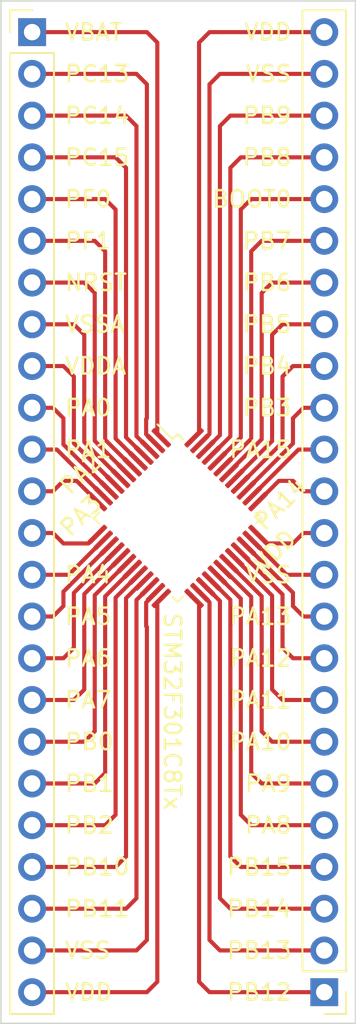
<source format=kicad_pcb>
(kicad_pcb (version 20211014) (generator pcbnew)
  (layers (0 "F.Cu" signal) (31 "B.Cu" signal) (34 "B.Paste" user) (35 "F.Paste" user) (36 "B.SilkS" user "B.Silkscreen") (37 "F.SilkS" user "F.Silkscreen") (38 "B.Mask" user) (39 "F.Mask" user) (44 "Edge.Cuts" user))
  (net 0 "")
  (net 1 "01")
  (net 2 "02")
  (net 3 "03")
  (net 4 "04")
  (net 5 "05")
  (net 6 "06")
  (net 7 "07")
  (net 8 "08")
  (net 9 "09")
  (net 10 "10")
  (net 11 "11")
  (net 12 "12")
  (net 13 "13")
  (net 14 "14")
  (net 15 "15")
  (net 16 "16")
  (net 17 "17")
  (net 18 "18")
  (net 19 "19")
  (net 20 "20")
  (net 21 "21")
  (net 22 "22")
  (net 23 "23")
  (net 24 "24")
  (net 25 "25")
  (net 26 "26")
  (net 27 "27")
  (net 28 "28")
  (net 29 "29")
  (net 30 "30")
  (net 31 "31")
  (net 32 "32")
  (net 33 "33")
  (net 34 "34")
  (net 35 "35")
  (net 36 "36")
  (net 37 "37")
  (net 38 "38")
  (net 39 "39")
  (net 40 "40")
  (net 41 "41")
  (net 42 "42")
  (net 43 "43")
  (net 44 "44")
  (net 45 "45")
  (net 46 "46")
  (net 47 "47")
  (net 48 "48")
  (footprint "Connector_PinHeader_2.54mm:PinHeader_1x24_P2.54mm_Vertical" (layer "F.Cu") (at 135.89 58.42)
    (fp_text reference "J1" hide)
    (fp_text value "Conn_01x24_Male" hide)
    (fp_line (start 1.33 1.27) (end 1.33 59.75) (layer "F.SilkS") (width 0.12))
    (fp_line (start -1.33 1.27) (end 1.33 1.27) (layer "F.SilkS") (width 0.12))
    (fp_line (start -1.33 0) (end -1.33 -1.33) (layer "F.SilkS") (width 0.12))
    (fp_line (start -1.33 59.75) (end 1.33 59.75) (layer "F.SilkS") (width 0.12))
    (fp_line (start -1.33 -1.33) (end 0 -1.33) (layer "F.SilkS") (width 0.12))
    (fp_line (start -1.33 1.27) (end -1.33 59.75) (layer "F.SilkS") (width 0.12))
    (pad "1" thru_hole rect (at 0 0) (size 1.7 1.7) (drill 1) (layers *.Cu *.Mask) (net 1 "01"))
    (pad "2" thru_hole oval (at 0 2.54) (size 1.7 1.7) (drill 1) (layers *.Cu *.Mask) (net 2 "02"))
    (pad "3" thru_hole oval (at 0 5.08) (size 1.7 1.7) (drill 1) (layers *.Cu *.Mask) (net 3 "03"))
    (pad "4" thru_hole oval (at 0 7.62) (size 1.7 1.7) (drill 1) (layers *.Cu *.Mask) (net 4 "04"))
    (pad "5" thru_hole oval (at 0 10.16) (size 1.7 1.7) (drill 1) (layers *.Cu *.Mask) (net 5 "05"))
    (pad "6" thru_hole oval (at 0 12.7) (size 1.7 1.7) (drill 1) (layers *.Cu *.Mask) (net 6 "06"))
    (pad "7" thru_hole oval (at 0 15.24) (size 1.7 1.7) (drill 1) (layers *.Cu *.Mask) (net 7 "07"))
    (pad "8" thru_hole oval (at 0 17.78) (size 1.7 1.7) (drill 1) (layers *.Cu *.Mask) (net 8 "08"))
    (pad "9" thru_hole oval (at 0 20.32) (size 1.7 1.7) (drill 1) (layers *.Cu *.Mask) (net 9 "09"))
    (pad "10" thru_hole oval (at 0 22.86) (size 1.7 1.7) (drill 1) (layers *.Cu *.Mask) (net 10 "10"))
    (pad "11" thru_hole oval (at 0 25.4) (size 1.7 1.7) (drill 1) (layers *.Cu *.Mask) (net 11 "11"))
    (pad "12" thru_hole oval (at 0 27.94) (size 1.7 1.7) (drill 1) (layers *.Cu *.Mask) (net 12 "12"))
    (pad "13" thru_hole oval (at 0 30.48) (size 1.7 1.7) (drill 1) (layers *.Cu *.Mask) (net 13 "13"))
    (pad "14" thru_hole oval (at 0 33.02) (size 1.7 1.7) (drill 1) (layers *.Cu *.Mask) (net 14 "14"))
    (pad "15" thru_hole oval (at 0 35.56) (size 1.7 1.7) (drill 1) (layers *.Cu *.Mask) (net 15 "15"))
    (pad "16" thru_hole oval (at 0 38.1) (size 1.7 1.7) (drill 1) (layers *.Cu *.Mask) (net 16 "16"))
    (pad "17" thru_hole oval (at 0 40.64) (size 1.7 1.7) (drill 1) (layers *.Cu *.Mask) (net 17 "17"))
    (pad "18" thru_hole oval (at 0 43.18) (size 1.7 1.7) (drill 1) (layers *.Cu *.Mask) (net 18 "18"))
    (pad "19" thru_hole oval (at 0 45.72) (size 1.7 1.7) (drill 1) (layers *.Cu *.Mask) (net 19 "19"))
    (pad "20" thru_hole oval (at 0 48.26) (size 1.7 1.7) (drill 1) (layers *.Cu *.Mask) (net 20 "20"))
    (pad "21" thru_hole oval (at 0 50.8) (size 1.7 1.7) (drill 1) (layers *.Cu *.Mask) (net 21 "21"))
    (pad "22" thru_hole oval (at 0 53.34) (size 1.7 1.7) (drill 1) (layers *.Cu *.Mask) (net 22 "22"))
    (pad "23" thru_hole oval (at 0 55.88) (size 1.7 1.7) (drill 1) (layers *.Cu *.Mask) (net 23 "23"))
    (pad "24" thru_hole oval (at 0 58.42) (size 1.7 1.7) (drill 1) (layers *.Cu *.Mask) (net 24 "24"))
  )
  (footprint "Connector_PinHeader_2.54mm:PinHeader_1x24_P2.54mm_Vertical" (layer "F.Cu") (at 153.67 116.84 180)
    (fp_text reference "J2" hide)
    (fp_text value "Conn_01x24_Male" hide)
    (fp_line (start -1.33 0) (end -1.33 -1.33) (layer "F.SilkS") (width 0.12))
    (fp_line (start -1.33 1.27) (end -1.33 59.75) (layer "F.SilkS") (width 0.12))
    (fp_line (start -1.33 -1.33) (end 0 -1.33) (layer "F.SilkS") (width 0.12))
    (fp_line (start -1.33 59.75) (end 1.33 59.75) (layer "F.SilkS") (width 0.12))
    (fp_line (start -1.33 1.27) (end 1.33 1.27) (layer "F.SilkS") (width 0.12))
    (fp_line (start 1.33 1.27) (end 1.33 59.75) (layer "F.SilkS") (width 0.12))
    (pad "1" thru_hole rect (at 0 0 180) (size 1.7 1.7) (drill 1) (layers *.Cu *.Mask) (net 25 "25"))
    (pad "2" thru_hole oval (at 0 2.54 180) (size 1.7 1.7) (drill 1) (layers *.Cu *.Mask) (net 26 "26"))
    (pad "3" thru_hole oval (at 0 5.08 180) (size 1.7 1.7) (drill 1) (layers *.Cu *.Mask) (net 27 "27"))
    (pad "4" thru_hole oval (at 0 7.62 180) (size 1.7 1.7) (drill 1) (layers *.Cu *.Mask) (net 28 "28"))
    (pad "5" thru_hole oval (at 0 10.16 180) (size 1.7 1.7) (drill 1) (layers *.Cu *.Mask) (net 29 "29"))
    (pad "6" thru_hole oval (at 0 12.7 180) (size 1.7 1.7) (drill 1) (layers *.Cu *.Mask) (net 30 "30"))
    (pad "7" thru_hole oval (at 0 15.24 180) (size 1.7 1.7) (drill 1) (layers *.Cu *.Mask) (net 31 "31"))
    (pad "8" thru_hole oval (at 0 17.78 180) (size 1.7 1.7) (drill 1) (layers *.Cu *.Mask) (net 32 "32"))
    (pad "9" thru_hole oval (at 0 20.32 180) (size 1.7 1.7) (drill 1) (layers *.Cu *.Mask) (net 33 "33"))
    (pad "10" thru_hole oval (at 0 22.86 180) (size 1.7 1.7) (drill 1) (layers *.Cu *.Mask) (net 34 "34"))
    (pad "11" thru_hole oval (at 0 25.4 180) (size 1.7 1.7) (drill 1) (layers *.Cu *.Mask) (net 35 "35"))
    (pad "12" thru_hole oval (at 0 27.94 180) (size 1.7 1.7) (drill 1) (layers *.Cu *.Mask) (net 36 "36"))
    (pad "13" thru_hole oval (at 0 30.48 180) (size 1.7 1.7) (drill 1) (layers *.Cu *.Mask) (net 37 "37"))
    (pad "14" thru_hole oval (at 0 33.02 180) (size 1.7 1.7) (drill 1) (layers *.Cu *.Mask) (net 38 "38"))
    (pad "15" thru_hole oval (at 0 35.56 180) (size 1.7 1.7) (drill 1) (layers *.Cu *.Mask) (net 39 "39"))
    (pad "16" thru_hole oval (at 0 38.1 180) (size 1.7 1.7) (drill 1) (layers *.Cu *.Mask) (net 40 "40"))
    (pad "17" thru_hole oval (at 0 40.64 180) (size 1.7 1.7) (drill 1) (layers *.Cu *.Mask) (net 41 "41"))
    (pad "18" thru_hole oval (at 0 43.18 180) (size 1.7 1.7) (drill 1) (layers *.Cu *.Mask) (net 42 "42"))
    (pad "19" thru_hole oval (at 0 45.72 180) (size 1.7 1.7) (drill 1) (layers *.Cu *.Mask) (net 43 "43"))
    (pad "20" thru_hole oval (at 0 48.26 180) (size 1.7 1.7) (drill 1) (layers *.Cu *.Mask) (net 44 "44"))
    (pad "21" thru_hole oval (at 0 50.8 180) (size 1.7 1.7) (drill 1) (layers *.Cu *.Mask) (net 45 "45"))
    (pad "22" thru_hole oval (at 0 53.34 180) (size 1.7 1.7) (drill 1) (layers *.Cu *.Mask) (net 46 "46"))
    (pad "23" thru_hole oval (at 0 55.88 180) (size 1.7 1.7) (drill 1) (layers *.Cu *.Mask) (net 47 "47"))
    (pad "24" thru_hole oval (at 0 58.42 180) (size 1.7 1.7) (drill 1) (layers *.Cu *.Mask) (net 48 "48"))
  )
  (footprint "Package_QFP:LQFP-48_7x7mm_P0.5mm" (layer "F.Cu") (at 144.75 87.99 -45)
    (fp_text reference "U1" hide)
    (fp_text value "STM32F301C8Tx" (at 8.082231 8.544077 270 unlocked) (layer "F.SilkS"))
    (fp_line (start -3.16 3.61) (end -3.61 3.61) (layer "F.SilkS") (width 0.12))
    (fp_line (start -3.61 3.61) (end -3.61 3.16) (layer "F.SilkS") (width 0.12))
    (fp_line (start -3.16 -3.61) (end -3.61 -3.61) (layer "F.SilkS") (width 0.12))
    (fp_line (start 3.16 -3.61) (end 3.61 -3.61) (layer "F.SilkS") (width 0.12))
    (fp_line (start 3.61 -3.61) (end 3.61 -3.16) (layer "F.SilkS") (width 0.12))
    (fp_line (start 3.61 3.61) (end 3.61 3.16) (layer "F.SilkS") (width 0.12))
    (fp_line (start -3.61 -3.61) (end -3.61 -3.16) (layer "F.SilkS") (width 0.12))
    (fp_line (start 3.16 3.61) (end 3.61 3.61) (layer "F.SilkS") (width 0.12))
    (fp_line (start -3.61 -3.16) (end -4.9 -3.16) (layer "F.SilkS") (width 0.12))
    (pad "1" smd roundrect (at -4.1625 -2.75 315) (size 1.475 0.3) (layers "F.Cu" "F.Paste" "F.Mask") (net 1 "01"))
    (pad "2" smd roundrect (at -4.1625 -2.25 315) (size 1.475 0.3) (layers "F.Cu" "F.Paste" "F.Mask") (net 2 "02"))
    (pad "3" smd roundrect (at -4.1625 -1.75 315) (size 1.475 0.3) (layers "F.Cu" "F.Paste" "F.Mask") (net 3 "03"))
    (pad "4" smd roundrect (at -4.1625 -1.25 315) (size 1.475 0.3) (layers "F.Cu" "F.Paste" "F.Mask") (net 4 "04"))
    (pad "5" smd roundrect (at -4.1625 -0.75 315) (size 1.475 0.3) (layers "F.Cu" "F.Paste" "F.Mask") (net 5 "05"))
    (pad "6" smd roundrect (at -4.1625 -0.25 315) (size 1.475 0.3) (layers "F.Cu" "F.Paste" "F.Mask") (net 6 "06"))
    (pad "7" smd roundrect (at -4.1625 0.25 315) (size 1.475 0.3) (layers "F.Cu" "F.Paste" "F.Mask") (net 7 "07"))
    (pad "8" smd roundrect (at -4.1625 0.75 315) (size 1.475 0.3) (layers "F.Cu" "F.Paste" "F.Mask") (net 8 "08"))
    (pad "9" smd roundrect (at -4.1625 1.25 315) (size 1.475 0.3) (layers "F.Cu" "F.Paste" "F.Mask") (net 9 "09"))
    (pad "10" smd roundrect (at -4.1625 1.75 315) (size 1.475 0.3) (layers "F.Cu" "F.Paste" "F.Mask") (net 10 "10"))
    (pad "11" smd roundrect (at -4.1625 2.25 315) (size 1.475 0.3) (layers "F.Cu" "F.Paste" "F.Mask") (net 11 "11"))
    (pad "12" smd roundrect (at -4.1625 2.75 315) (size 1.475 0.3) (layers "F.Cu" "F.Paste" "F.Mask") (net 12 "12"))
    (pad "13" smd roundrect (at -2.75 4.1625 315) (size 0.3 1.475) (layers "F.Cu" "F.Paste" "F.Mask") (net 13 "13"))
    (pad "14" smd roundrect (at -2.25 4.1625 315) (size 0.3 1.475) (layers "F.Cu" "F.Paste" "F.Mask") (net 14 "14"))
    (pad "15" smd roundrect (at -1.75 4.1625 315) (size 0.3 1.475) (layers "F.Cu" "F.Paste" "F.Mask") (net 15 "15"))
    (pad "16" smd roundrect (at -1.25 4.1625 315) (size 0.3 1.475) (layers "F.Cu" "F.Paste" "F.Mask") (net 16 "16"))
    (pad "17" smd roundrect (at -0.75 4.1625 315) (size 0.3 1.475) (layers "F.Cu" "F.Paste" "F.Mask") (net 17 "17"))
    (pad "18" smd roundrect (at -0.25 4.1625 315) (size 0.3 1.475) (layers "F.Cu" "F.Paste" "F.Mask") (net 18 "18"))
    (pad "19" smd roundrect (at 0.25 4.1625 315) (size 0.3 1.475) (layers "F.Cu" "F.Paste" "F.Mask") (net 19 "19"))
    (pad "20" smd roundrect (at 0.75 4.1625 315) (size 0.3 1.475) (layers "F.Cu" "F.Paste" "F.Mask") (net 20 "20"))
    (pad "21" smd roundrect (at 1.25 4.1625 315) (size 0.3 1.475) (layers "F.Cu" "F.Paste" "F.Mask") (net 21 "21"))
    (pad "22" smd roundrect (at 1.75 4.1625 315) (size 0.3 1.475) (layers "F.Cu" "F.Paste" "F.Mask") (net 22 "22"))
    (pad "23" smd roundrect (at 2.25 4.1625 315) (size 0.3 1.475) (layers "F.Cu" "F.Paste" "F.Mask") (net 23 "23"))
    (pad "24" smd roundrect (at 2.75 4.1625 315) (size 0.3 1.475) (layers "F.Cu" "F.Paste" "F.Mask") (net 24 "24"))
    (pad "25" smd roundrect (at 4.1625 2.75 315) (size 1.475 0.3) (layers "F.Cu" "F.Paste" "F.Mask") (net 25 "25"))
    (pad "26" smd roundrect (at 4.1625 2.25 315) (size 1.475 0.3) (layers "F.Cu" "F.Paste" "F.Mask") (net 26 "26"))
    (pad "27" smd roundrect (at 4.1625 1.75 315) (size 1.475 0.3) (layers "F.Cu" "F.Paste" "F.Mask") (net 27 "27"))
    (pad "28" smd roundrect (at 4.1625 1.25 315) (size 1.475 0.3) (layers "F.Cu" "F.Paste" "F.Mask") (net 28 "28"))
    (pad "29" smd roundrect (at 4.1625 0.75 315) (size 1.475 0.3) (layers "F.Cu" "F.Paste" "F.Mask") (net 29 "29"))
    (pad "30" smd roundrect (at 4.1625 0.25 315) (size 1.475 0.3) (layers "F.Cu" "F.Paste" "F.Mask") (net 30 "30"))
    (pad "31" smd roundrect (at 4.1625 -0.25 315) (size 1.475 0.3) (layers "F.Cu" "F.Paste" "F.Mask") (net 31 "31"))
    (pad "32" smd roundrect (at 4.1625 -0.75 315) (size 1.475 0.3) (layers "F.Cu" "F.Paste" "F.Mask") (net 32 "32"))
    (pad "33" smd roundrect (at 4.1625 -1.25 315) (size 1.475 0.3) (layers "F.Cu" "F.Paste" "F.Mask") (net 33 "33"))
    (pad "34" smd roundrect (at 4.1625 -1.75 315) (size 1.475 0.3) (layers "F.Cu" "F.Paste" "F.Mask") (net 34 "34"))
    (pad "35" smd roundrect (at 4.1625 -2.25 315) (size 1.475 0.3) (layers "F.Cu" "F.Paste" "F.Mask") (net 35 "35"))
    (pad "36" smd roundrect (at 4.1625 -2.75 315) (size 1.475 0.3) (layers "F.Cu" "F.Paste" "F.Mask") (net 36 "36"))
    (pad "37" smd roundrect (at 2.75 -4.1625 315) (size 0.3 1.475) (layers "F.Cu" "F.Paste" "F.Mask") (net 37 "37"))
    (pad "38" smd roundrect (at 2.25 -4.1625 315) (size 0.3 1.475) (layers "F.Cu" "F.Paste" "F.Mask") (net 38 "38"))
    (pad "39" smd roundrect (at 1.75 -4.1625 315) (size 0.3 1.475) (layers "F.Cu" "F.Paste" "F.Mask") (net 39 "39"))
    (pad "40" smd roundrect (at 1.25 -4.1625 315) (size 0.3 1.475) (layers "F.Cu" "F.Paste" "F.Mask") (net 40 "40"))
    (pad "41" smd roundrect (at 0.75 -4.1625 315) (size 0.3 1.475) (layers "F.Cu" "F.Paste" "F.Mask") (net 41 "41"))
    (pad "42" smd roundrect (at 0.25 -4.1625 315) (size 0.3 1.475) (layers "F.Cu" "F.Paste" "F.Mask") (net 42 "42"))
    (pad "43" smd roundrect (at -0.25 -4.1625 315) (size 0.3 1.475) (layers "F.Cu" "F.Paste" "F.Mask") (net 43 "43"))
    (pad "44" smd roundrect (at -0.75 -4.1625 315) (size 0.3 1.475) (layers "F.Cu" "F.Paste" "F.Mask") (net 44 "44"))
    (pad "45" smd roundrect (at -1.25 -4.1625 315) (size 0.3 1.475) (layers "F.Cu" "F.Paste" "F.Mask") (net 45 "45"))
    (pad "46" smd roundrect (at -1.75 -4.1625 315) (size 0.3 1.475) (layers "F.Cu" "F.Paste" "F.Mask") (net 46 "46"))
    (pad "47" smd roundrect (at -2.25 -4.1625 315) (size 0.3 1.475) (layers "F.Cu" "F.Paste" "F.Mask") (net 47 "47"))
    (pad "48" smd roundrect (at -2.75 -4.1625 315) (size 0.3 1.475) (layers "F.Cu" "F.Paste" "F.Mask") (net 48 "48"))
  )
  (gr_rect (start 133.985 56.515) (end 155.575 118.745) (layer "Edge.Cuts") (width 0.1) (fill none))
  (gr_text "VBAT" (at 137.795 58.42) (layer "F.SilkS") (effects (font (size 1 1)) (justify left)))
  (gr_text "PA15" (at 151.765 83.82) (layer "F.SilkS") (effects (font (size 1 1)) (justify right)))
  (gr_text "PC13" (at 137.795 60.96) (layer "F.SilkS") (effects (font (size 1 1)) (justify left)))
  (gr_text "PB13" (at 151.765 114.3) (layer "F.SilkS") (effects (font (size 1 1)) (justify right)))
  (gr_text "PB6" (at 151.765 73.66) (layer "F.SilkS") (effects (font (size 1 1)) (justify right)))
  (gr_text "BOOT0" (at 151.765 68.58) (layer "F.SilkS") (effects (font (size 1 1)) (justify right)))
  (gr_text "PB3" (at 151.765 81.28) (layer "F.SilkS") (effects (font (size 1 1)) (justify right)))
  (gr_text "PB2" (at 137.795 106.68) (layer "F.SilkS") (effects (font (size 1 1)) (justify left)))
  (gr_text "PB0" (at 137.795 101.6) (layer "F.SilkS") (effects (font (size 1 1)) (justify left)))
  (gr_text "VDD" (at 151.765 88.9 45) (layer "F.SilkS") (effects (font (size 1 1)) (justify right)))
  (gr_text "PA7" (at 137.795 99.06) (layer "F.SilkS") (effects (font (size 1 1)) (justify left)))
  (gr_text "PA6" (at 137.795 96.52) (layer "F.SilkS") (effects (font (size 1 1)) (justify left)))
  (gr_text "PB10" (at 137.795 109.22) (layer "F.SilkS") (effects (font (size 1 1)) (justify left)))
  (gr_text "PA3" (at 137.795 88.9 45) (layer "F.SilkS") (effects (font (size 1 1)) (justify left)))
  (gr_text "PA2" (at 137.795 86.36 45) (layer "F.SilkS") (effects (font (size 1 1)) (justify left)))
  (gr_text "VSS" (at 151.765 60.96) (layer "F.SilkS") (effects (font (size 1 1)) (justify right)))
  (gr_text "PB7" (at 151.765 71.12) (layer "F.SilkS") (effects (font (size 1 1)) (justify right)))
  (gr_text "PB14" (at 151.765 111.76) (layer "F.SilkS") (effects (font (size 1 1)) (justify right)))
  (gr_text "PB4" (at 151.765 78.74) (layer "F.SilkS") (effects (font (size 1 1)) (justify right)))
  (gr_text "PA11" (at 151.765 99.06) (layer "F.SilkS") (effects (font (size 1 1)) (justify right)))
  (gr_text "PB8" (at 151.765 66.04) (layer "F.SilkS") (effects (font (size 1 1)) (justify right)))
  (gr_text "PB11" (at 137.795 111.76) (layer "F.SilkS") (effects (font (size 1 1)) (justify left)))
  (gr_text "VDD" (at 137.795 116.84) (layer "F.SilkS") (effects (font (size 1 1)) (justify left)))
  (gr_text "PB9" (at 151.765 63.5) (layer "F.SilkS") (effects (font (size 1 1)) (justify right)))
  (gr_text "PB15" (at 151.765 109.22) (layer "F.SilkS") (effects (font (size 1 1)) (justify right)))
  (gr_text "PC15" (at 137.795 66.04) (layer "F.SilkS") (effects (font (size 1 1)) (justify left)))
  (gr_text "PA1" (at 137.795 83.82) (layer "F.SilkS") (effects (font (size 1 1)) (justify left)))
  (gr_text "PA9" (at 151.765 104.14) (layer "F.SilkS") (effects (font (size 1 1)) (justify right)))
  (gr_text "PA10" (at 151.765 101.6) (layer "F.SilkS") (effects (font (size 1 1)) (justify right)))
  (gr_text "PA14" (at 152.4 85.725 45) (layer "F.SilkS") (effects (font (size 1 1)) (justify right)))
  (gr_text "PB5" (at 151.765 76.2) (layer "F.SilkS") (effects (font (size 1 1)) (justify right)))
  (gr_text "PA8" (at 151.765 106.68) (layer "F.SilkS") (effects (font (size 1 1)) (justify right)))
  (gr_text "PA4" (at 137.795 91.44) (layer "F.SilkS") (effects (font (size 1 1)) (justify left)))
  (gr_text "VDD" (at 151.765 58.42) (layer "F.SilkS") (effects (font (size 1 1)) (justify right)))
  (gr_text "PA0" (at 137.795 81.28) (layer "F.SilkS") (effects (font (size 1 1)) (justify left)))
  (gr_text "PF0" (at 137.795 68.58) (layer "F.SilkS") (effects (font (size 1 1)) (justify left)))
  (gr_text "PB12" (at 151.765 116.84) (layer "F.SilkS") (effects (font (size 1 1)) (justify right)))
  (gr_text "PB1" (at 137.795 104.14) (layer "F.SilkS") (effects (font (size 1 1)) (justify left)))
  (gr_text "PA12" (at 151.765 96.52) (layer "F.SilkS") (effects (font (size 1 1)) (justify right)))
  (gr_text "PA13" (at 151.765 93.98) (layer "F.SilkS") (effects (font (size 1 1)) (justify right)))
  (gr_text "PF1" (at 137.795 71.12) (layer "F.SilkS") (effects (font (size 1 1)) (justify left)))
  (gr_text "VSS" (at 137.795 114.3) (layer "F.SilkS") (effects (font (size 1 1)) (justify left)))
  (gr_text "PA5" (at 137.795 93.98) (layer "F.SilkS") (effects (font (size 1 1)) (justify left)))
  (gr_text "VDDA" (at 137.795 78.74) (layer "F.SilkS") (effects (font (size 1 1)) (justify left)))
  (gr_text "VSS" (at 151.765 91.44) (layer "F.SilkS") (effects (font (size 1 1)) (justify right)))
  (gr_text "VSSA" (at 137.795 76.2) (layer "F.SilkS") (effects (font (size 1 1)) (justify left)))
  (gr_text "PC14" (at 137.795 63.5) (layer "F.SilkS") (effects (font (size 1 1)) (justify left)))
  (gr_text "NRST" (at 137.795 73.66) (layer "F.SilkS") (effects (font (size 1 1)) (justify left)))
  (segment (start 135.89 58.42) (end 142.875 58.42) (width 0.25) (layer "F.Cu") (net 1))
  (segment (start 143.51 59.055) (end 143.51 82.860912) (width 0.25) (layer "F.Cu") (net 1))
  (segment (start 142.875 58.42) (end 143.51 59.055) (width 0.25) (layer "F.Cu") (net 1))
  (segment (start 143.51 82.860912) (end 143.751212 83.102124) (width 0.25) (layer "F.Cu") (net 1))
  (segment (start 135.89 60.96) (end 142.24 60.96) (width 0.25) (layer "F.Cu") (net 2))
  (segment (start 142.24 60.96) (end 142.875 61.595) (width 0.25) (layer "F.Cu") (net 2))
  (segment (start 142.829721 81.960279) (end 142.829721 82.887741) (width 0.25) (layer "F.Cu") (net 2))
  (segment (start 142.829721 82.887741) (end 143.397658 83.455678) (width 0.25) (layer "F.Cu") (net 2))
  (segment (start 142.875 81.915) (end 142.829721 81.960279) (width 0.25) (layer "F.Cu") (net 2))
  (segment (start 142.875 61.595) (end 142.875 81.915) (width 0.25) (layer "F.Cu") (net 2))
  (segment (start 135.89 63.5) (end 141.605 63.5) (width 0.25) (layer "F.Cu") (net 3))
  (segment (start 141.605 63.5) (end 142.24 64.135) (width 0.25) (layer "F.Cu") (net 3))
  (segment (start 142.24 83.005126) (end 143.044105 83.809231) (width 0.25) (layer "F.Cu") (net 3))
  (segment (start 142.24 64.135) (end 142.24 83.005126) (width 0.25) (layer "F.Cu") (net 3))
  (segment (start 140.97 66.04) (end 141.605 66.675) (width 0.25) (layer "F.Cu") (net 4))
  (segment (start 135.89 66.04) (end 140.97 66.04) (width 0.25) (layer "F.Cu") (net 4))
  (segment (start 141.605 83.077234) (end 142.690551 84.162785) (width 0.25) (layer "F.Cu") (net 4))
  (segment (start 141.605 66.675) (end 141.605 83.077234) (width 0.25) (layer "F.Cu") (net 4))
  (segment (start 140.97 83.14934) (end 142.336998 84.516338) (width 0.25) (layer "F.Cu") (net 5))
  (segment (start 135.89 68.58) (end 140.335 68.58) (width 0.25) (layer "F.Cu") (net 5))
  (segment (start 140.97 69.215) (end 140.97 83.14934) (width 0.25) (layer "F.Cu") (net 5))
  (segment (start 140.335 68.58) (end 140.97 69.215) (width 0.25) (layer "F.Cu") (net 5))
  (segment (start 139.7 71.12) (end 140.335 71.755) (width 0.25) (layer "F.Cu") (net 6))
  (segment (start 140.335 83.221446) (end 141.983445 84.869891) (width 0.25) (layer "F.Cu") (net 6))
  (segment (start 140.335 71.755) (end 140.335 83.221446) (width 0.25) (layer "F.Cu") (net 6))
  (segment (start 135.89 71.12) (end 139.7 71.12) (width 0.25) (layer "F.Cu") (net 6))
  (segment (start 139.7 74.295) (end 139.7 83.293554) (width 0.25) (layer "F.Cu") (net 7))
  (segment (start 135.89 73.66) (end 139.065 73.66) (width 0.25) (layer "F.Cu") (net 7))
  (segment (start 139.7 83.293554) (end 141.629891 85.223445) (width 0.25) (layer "F.Cu") (net 7))
  (segment (start 139.065 73.66) (end 139.7 74.295) (width 0.25) (layer "F.Cu") (net 7))
  (segment (start 139.065 83.36566) (end 141.276338 85.576998) (width 0.25) (layer "F.Cu") (net 8))
  (segment (start 135.89 76.2) (end 138.43 76.2) (width 0.25) (layer "F.Cu") (net 8))
  (segment (start 138.43 76.2) (end 139.065 76.835) (width 0.25) (layer "F.Cu") (net 8))
  (segment (start 139.065 76.835) (end 139.065 83.36566) (width 0.25) (layer "F.Cu") (net 8))
  (segment (start 138.43 79.375) (end 138.43 83.437766) (width 0.25) (layer "F.Cu") (net 9))
  (segment (start 138.43 83.437766) (end 140.922785 85.930551) (width 0.25) (layer "F.Cu") (net 9))
  (segment (start 137.795 78.74) (end 138.43 79.375) (width 0.25) (layer "F.Cu") (net 9))
  (segment (start 135.89 78.74) (end 137.795 78.74) (width 0.25) (layer "F.Cu") (net 9))
  (segment (start 135.89 81.28) (end 137.16 81.28) (width 0.25) (layer "F.Cu") (net 10))
  (segment (start 137.795 83.509874) (end 140.569231 86.284105) (width 0.25) (layer "F.Cu") (net 10))
  (segment (start 137.795 81.915) (end 137.795 83.509874) (width 0.25) (layer "F.Cu") (net 10))
  (segment (start 137.16 81.28) (end 137.795 81.915) (width 0.25) (layer "F.Cu") (net 10))
  (segment (start 137.39802 83.82) (end 135.89 83.82) (width 0.25) (layer "F.Cu") (net 11))
  (segment (start 140.215678 86.637658) (end 137.39802 83.82) (width 0.25) (layer "F.Cu") (net 11))
  (segment (start 137.16 86.36) (end 137.795 85.725) (width 0.25) (layer "F.Cu") (net 12))
  (segment (start 138.595912 85.725) (end 139.862124 86.991212) (width 0.25) (layer "F.Cu") (net 12))
  (segment (start 137.795 85.725) (end 138.595912 85.725) (width 0.25) (layer "F.Cu") (net 12))
  (segment (start 135.89 86.36) (end 137.16 86.36) (width 0.25) (layer "F.Cu") (net 12))
  (segment (start 135.89 88.9) (end 137.16 88.9) (width 0.25) (layer "F.Cu") (net 13))
  (segment (start 137.16 88.9) (end 137.795 89.535) (width 0.25) (layer "F.Cu") (net 13))
  (segment (start 139.315912 89.535) (end 139.862124 88.988788) (width 0.25) (layer "F.Cu") (net 13))
  (segment (start 137.795 89.535) (end 139.315912 89.535) (width 0.25) (layer "F.Cu") (net 13))
  (segment (start 138.11802 91.44) (end 140.215678 89.342342) (width 0.25) (layer "F.Cu") (net 14))
  (segment (start 135.89 91.44) (end 138.11802 91.44) (width 0.25) (layer "F.Cu") (net 14))
  (segment (start 137.16 93.98) (end 137.795 93.345) (width 0.25) (layer "F.Cu") (net 15))
  (segment (start 137.795 93.345) (end 137.795 92.470126) (width 0.25) (layer "F.Cu") (net 15))
  (segment (start 137.795 92.470126) (end 140.569231 89.695895) (width 0.25) (layer "F.Cu") (net 15))
  (segment (start 135.89 93.98) (end 137.16 93.98) (width 0.25) (layer "F.Cu") (net 15))
  (segment (start 138.43 95.885) (end 138.43 92.542234) (width 0.25) (layer "F.Cu") (net 16))
  (segment (start 137.795 96.52) (end 138.43 95.885) (width 0.25) (layer "F.Cu") (net 16))
  (segment (start 135.89 96.52) (end 137.795 96.52) (width 0.25) (layer "F.Cu") (net 16))
  (segment (start 138.43 92.542234) (end 140.922785 90.049449) (width 0.25) (layer "F.Cu") (net 16))
  (segment (start 138.43 99.06) (end 139.065 98.425) (width 0.25) (layer "F.Cu") (net 17))
  (segment (start 139.065 98.425) (end 139.065 92.61434) (width 0.25) (layer "F.Cu") (net 17))
  (segment (start 139.065 92.61434) (end 141.276338 90.403002) (width 0.25) (layer "F.Cu") (net 17))
  (segment (start 135.89 99.06) (end 138.43 99.06) (width 0.25) (layer "F.Cu") (net 17))
  (segment (start 139.065 101.6) (end 139.7 100.965) (width 0.25) (layer "F.Cu") (net 18))
  (segment (start 135.89 101.6) (end 139.065 101.6) (width 0.25) (layer "F.Cu") (net 18))
  (segment (start 139.7 92.686446) (end 141.629891 90.756555) (width 0.25) (layer "F.Cu") (net 18))
  (segment (start 139.7 100.965) (end 139.7 92.686446) (width 0.25) (layer "F.Cu") (net 18))
  (segment (start 135.89 104.14) (end 139.7 104.14) (width 0.25) (layer "F.Cu") (net 19))
  (segment (start 140.335 103.505) (end 140.335 92.758554) (width 0.25) (layer "F.Cu") (net 19))
  (segment (start 139.7 104.14) (end 140.335 103.505) (width 0.25) (layer "F.Cu") (net 19))
  (segment (start 140.335 92.758554) (end 141.983445 91.110109) (width 0.25) (layer "F.Cu") (net 19))
  (segment (start 135.89 106.68) (end 140.335 106.68) (width 0.25) (layer "F.Cu") (net 20))
  (segment (start 140.97 92.83066) (end 142.336998 91.463662) (width 0.25) (layer "F.Cu") (net 20))
  (segment (start 140.97 106.045) (end 140.97 92.83066) (width 0.25) (layer "F.Cu") (net 20))
  (segment (start 140.335 106.68) (end 140.97 106.045) (width 0.25) (layer "F.Cu") (net 20))
  (segment (start 141.605 108.585) (end 141.605 92.867412) (width 0.25) (layer "F.Cu") (net 21))
  (segment (start 141.605 92.867412) (end 142.953706 91.518706) (width 0.25) (layer "F.Cu") (net 21))
  (segment (start 142.953706 91.55406) (end 142.690551 91.817215) (width 0.25) (layer "F.Cu") (net 21))
  (segment (start 142.953706 91.518706) (end 142.953706 91.55406) (width 0.25) (layer "F.Cu") (net 21))
  (segment (start 135.89 109.22) (end 140.97 109.22) (width 0.25) (layer "F.Cu") (net 21))
  (segment (start 140.97 109.22) (end 141.605 108.585) (width 0.25) (layer "F.Cu") (net 21))
  (segment (start 141.605 111.76) (end 142.24 111.125) (width 0.25) (layer "F.Cu") (net 22))
  (segment (start 135.89 111.76) (end 141.605 111.76) (width 0.25) (layer "F.Cu") (net 22))
  (segment (start 142.24 111.125) (end 142.24 92.974874) (width 0.25) (layer "F.Cu") (net 22))
  (segment (start 142.24 92.974874) (end 143.044105 92.170769) (width 0.25) (layer "F.Cu") (net 22))
  (segment (start 142.875 94.615) (end 142.829721 94.569721) (width 0.25) (layer "F.Cu") (net 23))
  (segment (start 142.24 114.3) (end 142.875 113.665) (width 0.25) (layer "F.Cu") (net 23))
  (segment (start 142.829721 94.569721) (end 142.829721 93.127615) (width 0.25) (layer "F.Cu") (net 23))
  (segment (start 143.397658 92.559678) (end 143.397658 92.524322) (width 0.25) (layer "F.Cu") (net 23))
  (segment (start 142.875 113.665) (end 142.875 94.615) (width 0.25) (layer "F.Cu") (net 23))
  (segment (start 135.89 114.3) (end 142.24 114.3) (width 0.25) (layer "F.Cu") (net 23))
  (segment (start 142.829721 93.127615) (end 143.397658 92.559678) (width 0.25) (layer "F.Cu") (net 23))
  (segment (start 143.51 116.205) (end 143.51 93.119088) (width 0.25) (layer "F.Cu") (net 24))
  (segment (start 142.875 116.84) (end 143.51 116.205) (width 0.25) (layer "F.Cu") (net 24))
  (segment (start 135.89 116.84) (end 142.875 116.84) (width 0.25) (layer "F.Cu") (net 24))
  (segment (start 143.51 93.119088) (end 143.751212 92.877876) (width 0.25) (layer "F.Cu") (net 24))
  (segment (start 146.05 93.143732) (end 145.784144 92.877876) (width 0.25) (layer "F.Cu") (net 25))
  (segment (start 146.05 116.205) (end 146.05 93.143732) (width 0.25) (layer "F.Cu") (net 25))
  (segment (start 146.685 116.84) (end 146.05 116.205) (width 0.25) (layer "F.Cu") (net 25))
  (segment (start 145.784144 92.877876) (end 145.748788 92.877876) (width 0.25) (layer "F.Cu") (net 25))
  (segment (start 153.67 116.84) (end 146.685 116.84) (width 0.25) (layer "F.Cu") (net 25))
  (segment (start 147.32 114.3) (end 146.685 113.665) (width 0.25) (layer "F.Cu") (net 26))
  (segment (start 153.67 114.3) (end 147.32 114.3) (width 0.25) (layer "F.Cu") (net 26))
  (segment (start 146.685 113.665) (end 146.685 93.10698) (width 0.25) (layer "F.Cu") (net 26))
  (segment (start 146.685 93.10698) (end 146.102342 92.524322) (width 0.25) (layer "F.Cu") (net 26))
  (segment (start 147.32 111.125) (end 147.32 93.034874) (width 0.25) (layer "F.Cu") (net 27))
  (segment (start 147.955 111.76) (end 147.32 111.125) (width 0.25) (layer "F.Cu") (net 27))
  (segment (start 147.32 93.034874) (end 146.455895 92.170769) (width 0.25) (layer "F.Cu") (net 27))
  (segment (start 153.67 111.76) (end 147.955 111.76) (width 0.25) (layer "F.Cu") (net 27))
  (segment (start 153.67 109.22) (end 148.59 109.22) (width 0.25) (layer "F.Cu") (net 28))
  (segment (start 147.955 92.962766) (end 146.809449 91.817215) (width 0.25) (layer "F.Cu") (net 28))
  (segment (start 148.59 109.22) (end 147.955 108.585) (width 0.25) (layer "F.Cu") (net 28))
  (segment (start 147.955 108.585) (end 147.955 92.962766) (width 0.25) (layer "F.Cu") (net 28))
  (segment (start 153.67 106.68) (end 149.225 106.68) (width 0.25) (layer "F.Cu") (net 29))
  (segment (start 149.225 106.68) (end 148.59 106.045) (width 0.25) (layer "F.Cu") (net 29))
  (segment (start 148.59 106.045) (end 148.59 92.89066) (width 0.25) (layer "F.Cu") (net 29))
  (segment (start 148.59 92.89066) (end 147.163002 91.463662) (width 0.25) (layer "F.Cu") (net 29))
  (segment (start 149.86 104.14) (end 149.225 103.505) (width 0.25) (layer "F.Cu") (net 30))
  (segment (start 147.551911 91.110109) (end 147.516555 91.110109) (width 0.25) (layer "F.Cu") (net 30))
  (segment (start 149.225 92.783198) (end 147.551911 91.110109) (width 0.25) (layer "F.Cu") (net 30))
  (segment (start 149.225 103.505) (end 149.225 92.783198) (width 0.25) (layer "F.Cu") (net 30))
  (segment (start 153.67 104.14) (end 149.86 104.14) (width 0.25) (layer "F.Cu") (net 30))
  (segment (start 153.67 101.6) (end 150.495 101.6) (width 0.25) (layer "F.Cu") (net 31))
  (segment (start 149.86 92.746446) (end 147.870109 90.756555) (width 0.25) (layer "F.Cu") (net 31))
  (segment (start 150.495 101.6) (end 149.86 100.965) (width 0.25) (layer "F.Cu") (net 31))
  (segment (start 149.86 100.965) (end 149.86 92.746446) (width 0.25) (layer "F.Cu") (net 31))
  (segment (start 150.495 98.425) (end 150.495 92.709694) (width 0.25) (layer "F.Cu") (net 32))
  (segment (start 151.13 99.06) (end 150.495 98.425) (width 0.25) (layer "F.Cu") (net 32))
  (segment (start 153.67 99.06) (end 151.13 99.06) (width 0.25) (layer "F.Cu") (net 32))
  (segment (start 150.495 92.709694) (end 148.590153 90.804847) (width 0.25) (layer "F.Cu") (net 32))
  (segment (start 151.13 92.637588) (end 148.626206 90.133794) (width 0.25) (layer "F.Cu") (net 33))
  (segment (start 153.67 96.52) (end 151.765 96.52) (width 0.25) (layer "F.Cu") (net 33))
  (segment (start 151.13 95.885) (end 151.13 92.637588) (width 0.25) (layer "F.Cu") (net 33))
  (segment (start 151.765 96.52) (end 151.13 95.885) (width 0.25) (layer "F.Cu") (net 33))
  (segment (start 153.67 93.98) (end 152.4 93.98) (width 0.25) (layer "F.Cu") (net 34))
  (segment (start 152.4 93.98) (end 151.765 93.345) (width 0.25) (layer "F.Cu") (net 34))
  (segment (start 151.765 93.345) (end 151.765 92.530126) (width 0.25) (layer "F.Cu") (net 34))
  (segment (start 151.765 92.530126) (end 148.930769 89.695895) (width 0.25) (layer "F.Cu") (net 34))
  (segment (start 151.38198 91.44) (end 149.284322 89.342342) (width 0.25) (layer "F.Cu") (net 35))
  (segment (start 153.67 91.44) (end 151.38198 91.44) (width 0.25) (layer "F.Cu") (net 35))
  (segment (start 149.404722 88.755634) (end 149.637876 88.988788) (width 0.25) (layer "F.Cu") (net 36))
  (segment (start 152.4 88.9) (end 151.765 89.535) (width 0.25) (layer "F.Cu") (net 36))
  (segment (start 151.765 89.535) (end 150.148732 89.535) (width 0.25) (layer "F.Cu") (net 36))
  (segment (start 150.148732 89.535) (end 149.369366 88.755634) (width 0.25) (layer "F.Cu") (net 36))
  (segment (start 149.369366 88.755634) (end 149.404722 88.755634) (width 0.25) (layer "F.Cu") (net 36))
  (segment (start 153.67 88.9) (end 152.4 88.9) (width 0.25) (layer "F.Cu") (net 36))
  (segment (start 151.765 85.725) (end 150.904088 85.725) (width 0.25) (layer "F.Cu") (net 37))
  (segment (start 153.67 86.36) (end 152.4 86.36) (width 0.25) (layer "F.Cu") (net 37))
  (segment (start 152.4 86.36) (end 151.765 85.725) (width 0.25) (layer "F.Cu") (net 37))
  (segment (start 150.904088 85.725) (end 149.637876 86.991212) (width 0.25) (layer "F.Cu") (net 37))
  (segment (start 152.10198 83.82) (end 149.284322 86.637658) (width 0.25) (layer "F.Cu") (net 38))
  (segment (start 153.67 83.82) (end 152.10198 83.82) (width 0.25) (layer "F.Cu") (net 38))
  (segment (start 151.765 83.449874) (end 148.930769 86.284105) (width 0.25) (layer "F.Cu") (net 39))
  (segment (start 151.765 81.915) (end 151.765 83.449874) (width 0.25) (layer "F.Cu") (net 39))
  (segment (start 153.67 81.28) (end 152.4 81.28) (width 0.25) (layer "F.Cu") (net 39))
  (segment (start 152.4 81.28) (end 151.765 81.915) (width 0.25) (layer "F.Cu") (net 39))
  (segment (start 151.13 79.375) (end 151.13 83.377766) (width 0.25) (layer "F.Cu") (net 40))
  (segment (start 153.67 78.74) (end 151.765 78.74) (width 0.25) (layer "F.Cu") (net 40))
  (segment (start 151.13 83.377766) (end 148.577215 85.930551) (width 0.25) (layer "F.Cu") (net 40))
  (segment (start 151.765 78.74) (end 151.13 79.375) (width 0.25) (layer "F.Cu") (net 40))
  (segment (start 150.495 83.30566) (end 148.223662 85.576998) (width 0.25) (layer "F.Cu") (net 41))
  (segment (start 151.13 76.2) (end 150.495 76.835) (width 0.25) (layer "F.Cu") (net 41))
  (segment (start 153.67 76.2) (end 151.13 76.2) (width 0.25) (layer "F.Cu") (net 41))
  (segment (start 150.495 76.835) (end 150.495 83.30566) (width 0.25) (layer "F.Cu") (net 41))
  (segment (start 149.86 83.198198) (end 147.870109 85.188089) (width 0.25) (layer "F.Cu") (net 42))
  (segment (start 147.870109 85.188089) (end 147.870109 85.223445) (width 0.25) (layer "F.Cu") (net 42))
  (segment (start 153.67 73.66) (end 150.495 73.66) (width 0.25) (layer "F.Cu") (net 42))
  (segment (start 150.495 73.66) (end 149.86 74.295) (width 0.25) (layer "F.Cu") (net 42))
  (segment (start 149.86 74.295) (end 149.86 83.198198) (width 0.25) (layer "F.Cu") (net 42))
  (segment (start 149.225 71.755) (end 149.225 83.161446) (width 0.25) (layer "F.Cu") (net 43))
  (segment (start 149.86 71.12) (end 149.225 71.755) (width 0.25) (layer "F.Cu") (net 43))
  (segment (start 149.225 83.161446) (end 147.516555 84.869891) (width 0.25) (layer "F.Cu") (net 43))
  (segment (start 153.67 71.12) (end 149.86 71.12) (width 0.25) (layer "F.Cu") (net 43))
  (segment (start 148.59 83.08934) (end 147.163002 84.516338) (width 0.25) (layer "F.Cu") (net 44))
  (segment (start 148.59 69.215) (end 148.59 83.08934) (width 0.25) (layer "F.Cu") (net 44))
  (segment (start 149.225 68.58) (end 148.59 69.215) (width 0.25) (layer "F.Cu") (net 44))
  (segment (start 153.67 68.58) (end 149.225 68.58) (width 0.25) (layer "F.Cu") (net 44))
  (segment (start 147.955 66.675) (end 147.955 83.017234) (width 0.25) (layer "F.Cu") (net 45))
  (segment (start 147.955 83.017234) (end 146.809449 84.162785) (width 0.25) (layer "F.Cu") (net 45))
  (segment (start 148.59 66.04) (end 147.955 66.675) (width 0.25) (layer "F.Cu") (net 45))
  (segment (start 153.67 66.04) (end 148.59 66.04) (width 0.25) (layer "F.Cu") (net 45))
  (segment (start 147.32 64.135) (end 147.32 82.945126) (width 0.25) (layer "F.Cu") (net 46))
  (segment (start 153.67 63.5) (end 147.955 63.5) (width 0.25) (layer "F.Cu") (net 46))
  (segment (start 147.955 63.5) (end 147.32 64.135) (width 0.25) (layer "F.Cu") (net 46))
  (segment (start 147.32 82.945126) (end 146.455895 83.809231) (width 0.25) (layer "F.Cu") (net 46))
  (segment (start 146.685 82.87302) (end 146.102342 83.455678) (width 0.25) (layer "F.Cu") (net 47))
  (segment (start 147.32 60.96) (end 146.685 61.595) (width 0.25) (layer "F.Cu") (net 47))
  (segment (start 146.685 61.595) (end 146.685 82.87302) (width 0.25) (layer "F.Cu") (net 47))
  (segment (start 153.67 60.96) (end 147.32 60.96) (width 0.25) (layer "F.Cu") (net 47))
  (segment (start 146.05 59.055) (end 146.05 82.800912) (width 0.25) (layer "F.Cu") (net 48))
  (segment (start 146.05 82.800912) (end 145.748788 83.102124) (width 0.25) (layer "F.Cu") (net 48))
  (segment (start 146.685 58.42) (end 146.05 59.055) (width 0.25) (layer "F.Cu") (net 48))
  (segment (start 153.67 58.42) (end 146.685 58.42) (width 0.25) (layer "F.Cu") (net 48))
)
</source>
